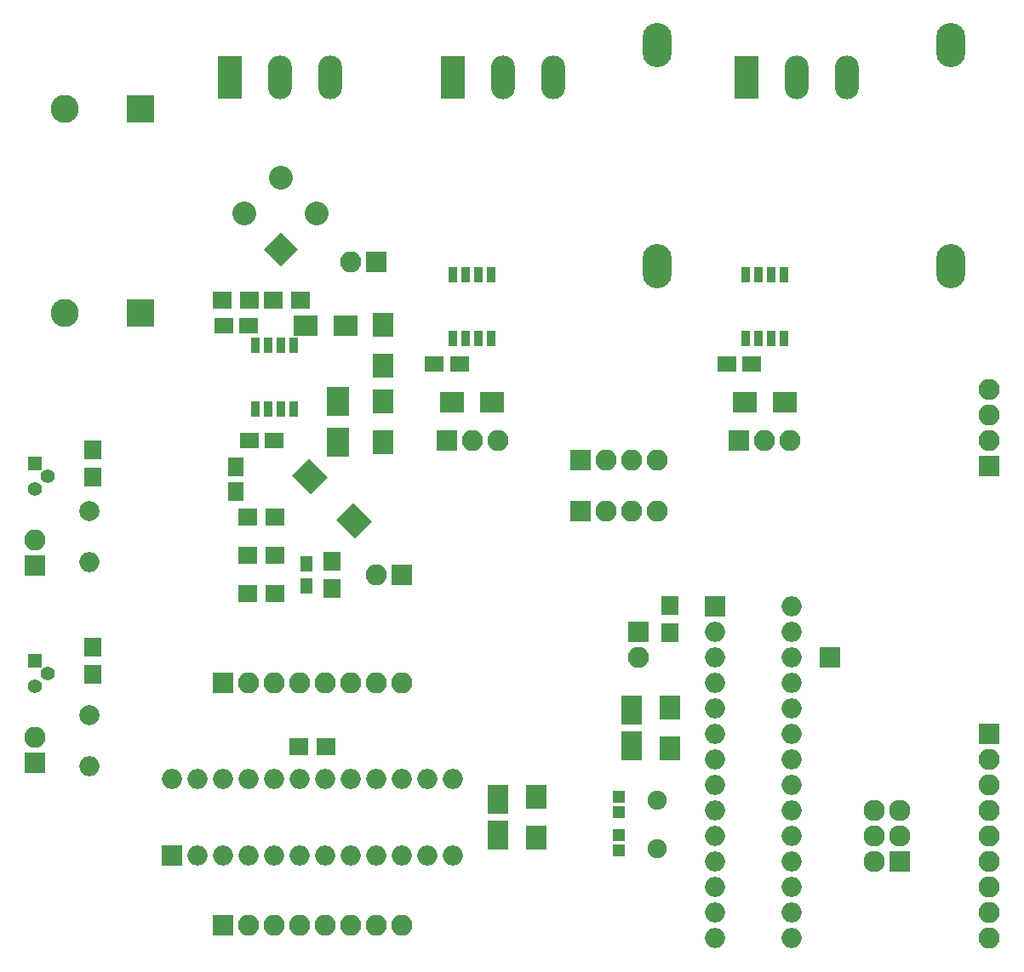
<source format=gbr>
G04 #@! TF.FileFunction,Soldermask,Top*
%FSLAX46Y46*%
G04 Gerber Fmt 4.6, Leading zero omitted, Abs format (unit mm)*
G04 Created by KiCad (PCBNEW 4.0.7) date Fri Feb  9 05:02:28 2018*
%MOMM*%
%LPD*%
G01*
G04 APERTURE LIST*
%ADD10C,0.100000*%
%ADD11R,1.900000X1.650000*%
%ADD12R,2.000000X3.000000*%
%ADD13R,1.150000X1.200000*%
%ADD14R,2.000000X2.400000*%
%ADD15R,2.800000X2.800000*%
%ADD16C,2.800000*%
%ADD17R,2.400000X2.000000*%
%ADD18R,1.650000X1.900000*%
%ADD19C,2.400000*%
%ADD20R,2.200000X2.900000*%
%ADD21R,1.300000X1.600000*%
%ADD22O,2.900000X4.400000*%
%ADD23R,2.380000X4.360000*%
%ADD24O,2.380000X4.360000*%
%ADD25R,2.100000X2.100000*%
%ADD26O,2.100000X2.100000*%
%ADD27C,1.400000*%
%ADD28R,1.400000X1.400000*%
%ADD29R,2.000000X2.000000*%
%ADD30O,2.000000X2.000000*%
%ADD31R,0.908000X1.543000*%
%ADD32C,1.900000*%
%ADD33R,1.700000X1.900000*%
%ADD34R,1.900000X1.700000*%
%ADD35R,2.127200X2.127200*%
%ADD36O,2.127200X2.127200*%
%ADD37C,2.000000*%
G04 APERTURE END LIST*
D10*
D11*
X159238000Y-67310000D03*
X156738000Y-67310000D03*
D12*
X147320000Y-101705000D03*
X147320000Y-105305000D03*
D13*
X146050000Y-111875000D03*
X146050000Y-110375000D03*
D14*
X151130000Y-101505000D03*
X151130000Y-105505000D03*
D13*
X146050000Y-114185000D03*
X146050000Y-115685000D03*
D15*
X98425000Y-41910000D03*
D16*
X90925000Y-41910000D03*
D15*
X98425000Y-62230000D03*
D16*
X90925000Y-62230000D03*
D14*
X122555000Y-63405000D03*
X122555000Y-67405000D03*
X137795000Y-110395000D03*
X137795000Y-114395000D03*
D17*
X118840000Y-63500000D03*
X114840000Y-63500000D03*
D12*
X133985000Y-110595000D03*
X133985000Y-114195000D03*
D11*
X109200000Y-63500000D03*
X106700000Y-63500000D03*
D18*
X107950000Y-77490000D03*
X107950000Y-79990000D03*
D11*
X109240000Y-74930000D03*
X111740000Y-74930000D03*
D14*
X122555000Y-75025000D03*
X122555000Y-71025000D03*
D17*
X162528000Y-71120000D03*
X158528000Y-71120000D03*
X133445000Y-71120000D03*
X129445000Y-71120000D03*
D11*
X130155000Y-67310000D03*
X127655000Y-67310000D03*
D19*
X108802898Y-52287898D02*
X108802898Y-52287898D01*
X115987102Y-52287898D02*
X115987102Y-52287898D01*
X112395000Y-48695795D02*
X112395000Y-48695795D01*
D10*
G36*
X114092056Y-55880000D02*
X112395000Y-57577056D01*
X110697944Y-55880000D01*
X112395000Y-54182944D01*
X114092056Y-55880000D01*
X114092056Y-55880000D01*
G37*
D20*
X118110000Y-75025000D03*
X118110000Y-71025000D03*
D21*
X114935000Y-87165000D03*
X114935000Y-89365000D03*
D22*
X179070000Y-57560000D03*
X179070000Y-35560000D03*
X149860000Y-57560000D03*
X149860000Y-35560000D03*
D23*
X107315000Y-38735000D03*
D24*
X112315000Y-38735000D03*
X117315000Y-38735000D03*
D25*
X106680000Y-123190000D03*
D26*
X109220000Y-123190000D03*
X111760000Y-123190000D03*
X114300000Y-123190000D03*
X116840000Y-123190000D03*
X119380000Y-123190000D03*
X121920000Y-123190000D03*
X124460000Y-123190000D03*
D25*
X106680000Y-99060000D03*
D26*
X109220000Y-99060000D03*
X111760000Y-99060000D03*
X114300000Y-99060000D03*
X116840000Y-99060000D03*
X119380000Y-99060000D03*
X121920000Y-99060000D03*
X124460000Y-99060000D03*
D25*
X142240000Y-76835000D03*
D26*
X144780000Y-76835000D03*
X147320000Y-76835000D03*
X149860000Y-76835000D03*
D25*
X142240000Y-81915000D03*
D26*
X144780000Y-81915000D03*
X147320000Y-81915000D03*
X149860000Y-81915000D03*
D25*
X182880000Y-104140000D03*
D26*
X182880000Y-106680000D03*
X182880000Y-109220000D03*
X182880000Y-111760000D03*
X182880000Y-114300000D03*
X182880000Y-116840000D03*
X182880000Y-119380000D03*
X182880000Y-121920000D03*
X182880000Y-124460000D03*
D25*
X182880000Y-77470000D03*
D26*
X182880000Y-74930000D03*
X182880000Y-72390000D03*
X182880000Y-69850000D03*
D25*
X157988000Y-74930000D03*
D26*
X160528000Y-74930000D03*
X163068000Y-74930000D03*
D25*
X128905000Y-74930000D03*
D26*
X131445000Y-74930000D03*
X133985000Y-74930000D03*
D25*
X124460000Y-88265000D03*
D26*
X121920000Y-88265000D03*
D25*
X121920000Y-57150000D03*
D26*
X119380000Y-57150000D03*
D23*
X158750000Y-38735000D03*
D24*
X163750000Y-38735000D03*
X168750000Y-38735000D03*
D23*
X129540000Y-38735000D03*
D24*
X134540000Y-38735000D03*
X139540000Y-38735000D03*
D10*
G36*
X115345711Y-80212767D02*
X113507233Y-78374289D01*
X115204289Y-76677233D01*
X117042767Y-78515711D01*
X115345711Y-80212767D01*
X115345711Y-80212767D01*
G37*
G36*
X119745711Y-84612767D02*
X117907233Y-82774289D01*
X119604289Y-81077233D01*
X121442767Y-82915711D01*
X119745711Y-84612767D01*
X119745711Y-84612767D01*
G37*
D25*
X87947500Y-87312500D03*
D26*
X87947500Y-84772500D03*
D25*
X87947500Y-106997500D03*
D26*
X87947500Y-104457500D03*
D27*
X89217500Y-78422500D03*
X87947500Y-79692500D03*
D28*
X87947500Y-77152500D03*
D27*
X89217500Y-98107500D03*
X87947500Y-99377500D03*
D28*
X87947500Y-96837500D03*
D29*
X155575000Y-91440000D03*
D30*
X163195000Y-124460000D03*
X155575000Y-93980000D03*
X163195000Y-121920000D03*
X155575000Y-96520000D03*
X163195000Y-119380000D03*
X155575000Y-99060000D03*
X163195000Y-116840000D03*
X155575000Y-101600000D03*
X163195000Y-114300000D03*
X155575000Y-104140000D03*
X163195000Y-111760000D03*
X155575000Y-106680000D03*
X163195000Y-109220000D03*
X155575000Y-109220000D03*
X163195000Y-106680000D03*
X155575000Y-111760000D03*
X163195000Y-104140000D03*
X155575000Y-114300000D03*
X163195000Y-101600000D03*
X155575000Y-116840000D03*
X163195000Y-99060000D03*
X155575000Y-119380000D03*
X163195000Y-96520000D03*
X155575000Y-121920000D03*
X163195000Y-93980000D03*
X155575000Y-124460000D03*
X163195000Y-91440000D03*
D29*
X101600000Y-116205000D03*
D30*
X129540000Y-108585000D03*
X104140000Y-116205000D03*
X127000000Y-108585000D03*
X106680000Y-116205000D03*
X124460000Y-108585000D03*
X109220000Y-116205000D03*
X121920000Y-108585000D03*
X111760000Y-116205000D03*
X119380000Y-108585000D03*
X114300000Y-116205000D03*
X116840000Y-108585000D03*
X116840000Y-116205000D03*
X114300000Y-108585000D03*
X119380000Y-116205000D03*
X111760000Y-108585000D03*
X121920000Y-116205000D03*
X109220000Y-108585000D03*
X124460000Y-116205000D03*
X106680000Y-108585000D03*
X127000000Y-116205000D03*
X104140000Y-108585000D03*
X129540000Y-116205000D03*
X101600000Y-108585000D03*
D31*
X113665000Y-71755000D03*
X112395000Y-71755000D03*
X111125000Y-71755000D03*
X109855000Y-71755000D03*
X109855000Y-65405000D03*
X111125000Y-65405000D03*
X112395000Y-65405000D03*
X113665000Y-65405000D03*
X162433000Y-64770000D03*
X161163000Y-64770000D03*
X159893000Y-64770000D03*
X158623000Y-64770000D03*
X158623000Y-58420000D03*
X159893000Y-58420000D03*
X161163000Y-58420000D03*
X162433000Y-58420000D03*
X133350000Y-64770000D03*
X132080000Y-64770000D03*
X130810000Y-64770000D03*
X129540000Y-64770000D03*
X129540000Y-58420000D03*
X130810000Y-58420000D03*
X132080000Y-58420000D03*
X133350000Y-58420000D03*
D32*
X149860000Y-115570000D03*
X149860000Y-110690000D03*
D33*
X151130000Y-94060000D03*
X151130000Y-91360000D03*
D34*
X114220000Y-105410000D03*
X116920000Y-105410000D03*
X114380000Y-60960000D03*
X111680000Y-60960000D03*
X109300000Y-60960000D03*
X106600000Y-60960000D03*
X111840000Y-82550000D03*
X109140000Y-82550000D03*
X111840000Y-90170000D03*
X109140000Y-90170000D03*
X109140000Y-86360000D03*
X111840000Y-86360000D03*
D33*
X117475000Y-86915000D03*
X117475000Y-89615000D03*
X93662500Y-78502500D03*
X93662500Y-75802500D03*
X93662500Y-98187500D03*
X93662500Y-95487500D03*
D25*
X147955000Y-93980000D03*
D26*
X147955000Y-96520000D03*
D25*
X167005000Y-96520000D03*
D35*
X173990000Y-116840000D03*
D36*
X171450000Y-116840000D03*
X173990000Y-114300000D03*
X171450000Y-114300000D03*
X173990000Y-111760000D03*
X171450000Y-111760000D03*
D37*
X93345000Y-81915000D03*
D30*
X93345000Y-86995000D03*
D37*
X93345000Y-102235000D03*
D30*
X93345000Y-107315000D03*
M02*

</source>
